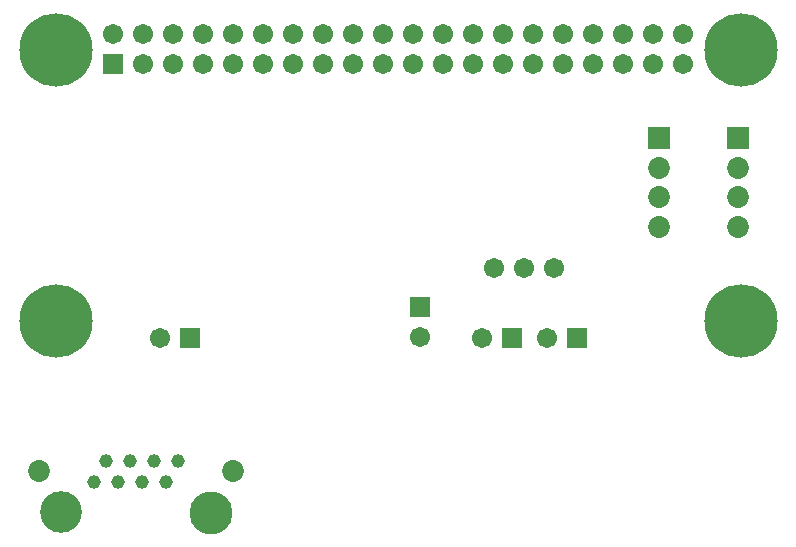
<source format=gbs>
G04*
G04 #@! TF.GenerationSoftware,Altium Limited,Altium Designer,18.1.9 (240)*
G04*
G04 Layer_Color=16711935*
%FSAX25Y25*%
%MOIN*%
G70*
G01*
G75*
%ADD30R,0.06706X0.06706*%
%ADD31C,0.06706*%
%ADD32C,0.24422*%
%ADD33C,0.07296*%
%ADD34C,0.13910*%
%ADD35C,0.14304*%
%ADD36C,0.04619*%
%ADD37R,0.07296X0.07296*%
%ADD38C,0.06706*%
%ADD39C,0.06710*%
%ADD40R,0.06706X0.06706*%
D30*
X0452756Y0306004D02*
D03*
X0427264Y0397185D02*
D03*
X0581752Y0306004D02*
D03*
X0560000D02*
D03*
D31*
X0442756D02*
D03*
X0617264Y0407185D02*
D03*
Y0397185D02*
D03*
X0607264Y0407185D02*
D03*
Y0397185D02*
D03*
X0597264Y0407185D02*
D03*
Y0397185D02*
D03*
X0587264Y0407185D02*
D03*
Y0397185D02*
D03*
X0577264Y0407185D02*
D03*
Y0397185D02*
D03*
X0567264Y0407185D02*
D03*
Y0397185D02*
D03*
X0557264Y0407185D02*
D03*
Y0397185D02*
D03*
X0547264Y0407185D02*
D03*
Y0397185D02*
D03*
X0537264Y0407185D02*
D03*
Y0397185D02*
D03*
X0527264Y0407185D02*
D03*
Y0397185D02*
D03*
X0517264Y0407185D02*
D03*
Y0397185D02*
D03*
X0507264Y0407185D02*
D03*
Y0397185D02*
D03*
X0497264Y0407185D02*
D03*
Y0397185D02*
D03*
X0487264Y0407185D02*
D03*
Y0397185D02*
D03*
X0477264Y0407185D02*
D03*
Y0397185D02*
D03*
X0467264Y0407185D02*
D03*
Y0397185D02*
D03*
X0457264Y0407185D02*
D03*
Y0397185D02*
D03*
X0447264Y0407185D02*
D03*
Y0397185D02*
D03*
X0437264Y0407185D02*
D03*
Y0397185D02*
D03*
X0427264Y0407185D02*
D03*
X0571752Y0306004D02*
D03*
X0550000D02*
D03*
X0529528Y0306299D02*
D03*
D32*
X0636346Y0402051D02*
D03*
Y0311500D02*
D03*
X0408000D02*
D03*
Y0402051D02*
D03*
D33*
X0402441Y0261575D02*
D03*
X0467244D02*
D03*
X0609055Y0343012D02*
D03*
Y0352854D02*
D03*
Y0362697D02*
D03*
X0635433Y0343012D02*
D03*
Y0352854D02*
D03*
Y0362697D02*
D03*
D34*
X0409921Y0248110D02*
D03*
D35*
X0459764Y0247795D02*
D03*
D36*
X0424961Y0265079D02*
D03*
X0432953Y0265118D02*
D03*
X0440945D02*
D03*
X0448937D02*
D03*
X0420748Y0258071D02*
D03*
X0428740D02*
D03*
X0436732D02*
D03*
X0444724D02*
D03*
D37*
X0609055Y0372539D02*
D03*
X0635433D02*
D03*
D38*
X0554075Y0329173D02*
D03*
D39*
X0564075Y0329134D02*
D03*
X0574075D02*
D03*
D40*
X0529528Y0316299D02*
D03*
M02*

</source>
